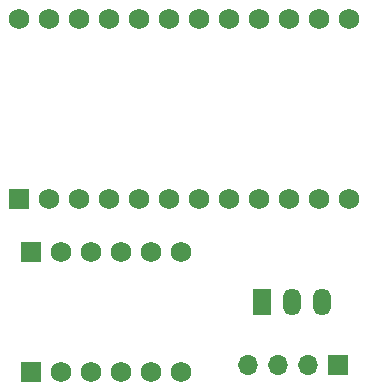
<source format=gbr>
%TF.GenerationSoftware,KiCad,Pcbnew,8.0.3*%
%TF.CreationDate,2024-07-08T22:13:47-05:00*%
%TF.ProjectId,3.3v Pro Micro,332e3376-2050-4726-9f20-4d6963726f2e,rev?*%
%TF.SameCoordinates,Original*%
%TF.FileFunction,Soldermask,Bot*%
%TF.FilePolarity,Negative*%
%FSLAX46Y46*%
G04 Gerber Fmt 4.6, Leading zero omitted, Abs format (unit mm)*
G04 Created by KiCad (PCBNEW 8.0.3) date 2024-07-08 22:13:47*
%MOMM*%
%LPD*%
G01*
G04 APERTURE LIST*
G04 Aperture macros list*
%AMRoundRect*
0 Rectangle with rounded corners*
0 $1 Rounding radius*
0 $2 $3 $4 $5 $6 $7 $8 $9 X,Y pos of 4 corners*
0 Add a 4 corners polygon primitive as box body*
4,1,4,$2,$3,$4,$5,$6,$7,$8,$9,$2,$3,0*
0 Add four circle primitives for the rounded corners*
1,1,$1+$1,$2,$3*
1,1,$1+$1,$4,$5*
1,1,$1+$1,$6,$7*
1,1,$1+$1,$8,$9*
0 Add four rect primitives between the rounded corners*
20,1,$1+$1,$2,$3,$4,$5,0*
20,1,$1+$1,$4,$5,$6,$7,0*
20,1,$1+$1,$6,$7,$8,$9,0*
20,1,$1+$1,$8,$9,$2,$3,0*%
G04 Aperture macros list end*
%ADD10O,1.500000X2.300000*%
%ADD11R,1.500000X2.300000*%
%ADD12O,1.700000X1.700000*%
%ADD13R,1.700000X1.700000*%
%ADD14C,1.728000*%
%ADD15RoundRect,0.102000X0.762000X-0.762000X0.762000X0.762000X-0.762000X0.762000X-0.762000X-0.762000X0*%
%ADD16C,1.752600*%
%ADD17R,1.752600X1.752600*%
G04 APERTURE END LIST*
D10*
%TO.C,U4*%
X154853000Y-106447500D03*
X152313000Y-106447500D03*
D11*
X149773000Y-106447500D03*
%TD*%
D12*
%TO.C,J1*%
X148600000Y-111740000D03*
X151140000Y-111740000D03*
X153680000Y-111740000D03*
D13*
X156220000Y-111740000D03*
%TD*%
D14*
%TO.C,U3*%
X137800000Y-102240000D03*
X137800000Y-112400000D03*
X135260000Y-102240000D03*
D15*
X130180000Y-102240000D03*
D14*
X132720000Y-102240000D03*
X140340000Y-102240000D03*
X142880000Y-102240000D03*
X135260000Y-112400000D03*
D15*
X130180000Y-112400000D03*
D14*
X132720000Y-112400000D03*
X140340000Y-112400000D03*
X142880000Y-112400000D03*
%TD*%
D16*
%TO.C,U2*%
X129180000Y-82500000D03*
X131720000Y-82500000D03*
X134260000Y-82500000D03*
X136800000Y-82500000D03*
X139340000Y-82500000D03*
X141880000Y-82500000D03*
X144420000Y-82500000D03*
X146960000Y-82500000D03*
X149500000Y-82500000D03*
X152040000Y-82500000D03*
X154580000Y-82500000D03*
X157120000Y-82500000D03*
X157120000Y-97740000D03*
X154580000Y-97740000D03*
X152040000Y-97740000D03*
X149500000Y-97740000D03*
X146960000Y-97740000D03*
X144420000Y-97740000D03*
X141880000Y-97740000D03*
X139340000Y-97740000D03*
X136800000Y-97740000D03*
X134260000Y-97740000D03*
X131720000Y-97740000D03*
D17*
X129180000Y-97740000D03*
%TD*%
M02*

</source>
